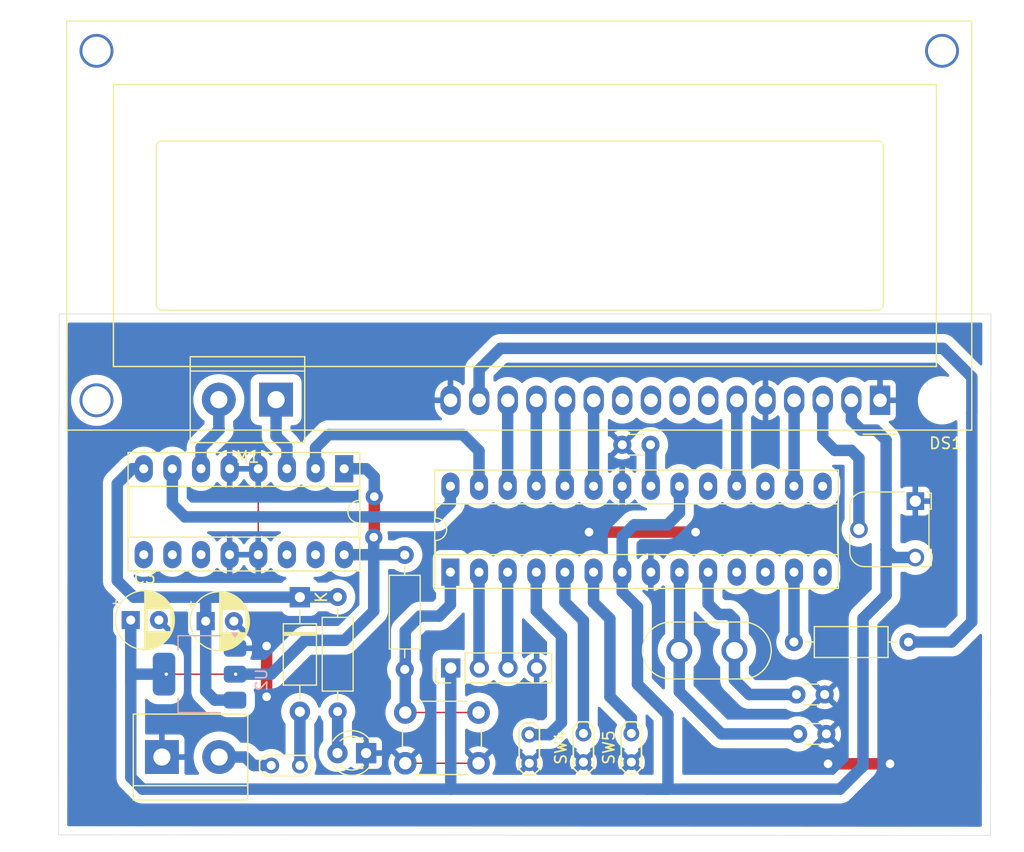
<source format=kicad_pcb>
(kicad_pcb (version 20240108) (generator "pcbnew") (generator_version "8.0")
  (layers (0 "F.Cu" signal) (31 "B.Cu" signal) (34 "B.Paste" user) (35 "F.Paste" user) (36 "B.SilkS" user "B.Silkscreen") (37 "F.SilkS" user "F.Silkscreen") (38 "B.Mask" user) (39 "F.Mask" user) (44 "Edge.Cuts" user))
  (net 0 "")
  (net 1 "Net-(U1-AREF)")
  (net 2 "GND")
  (net 3 "+12V")
  (net 4 "+5V")
  (net 5 "Net-(U1-XTAL2{slash}PB7)")
  (net 6 "Net-(U1-XTAL1{slash}PB6)")
  (net 7 "Net-(D1-A)")
  (net 8 "Net-(D2-A)")
  (net 9 "/D7")
  (net 10 "/D4")
  (net 13 "Net-(DS1-VO)")
  (net 14 "/D6")
  (net 15 "/D5")
  (net 17 "Net-(DS1-LED(+))")
  (net 18 "/E")
  (net 20 "/RS")
  (net 21 "Net-(J1-Pin_2)")
  (net 22 "/Rx")
  (net 23 "/Tx")
  (net 24 "Net-(M1-+)")
  (net 25 "Net-(M1--)")
  (net 26 "/Backlight")
  (net 27 "Net-(SW2A-C)")
  (net 28 "/button1")
  (net 29 "/button2")
  (net 30 "/button3")
  (net 31 "/motor2")
  (net 34 "/motor1")
  (footprint "Capacitor_THT:C_Disc_D3.0mm_W1.6mm_P2.50mm" (layer "F.Cu") (at 222.35 129.15)
    (property "Reference" "C5" (hide yes))
    (property "Value" "22pF")
    (pad "1" thru_hole circle (at 0 0) (size 1.6 1.6) (drill 0.8) (layers "*.Cu" "*.Mask") (net 6 "Net-(U1-XTAL1{slash}PB6)"))
    (pad "2" thru_hole circle (at 2.5 0) (size 1.6 1.6) (drill 0.8) (layers "*.Cu" "*.Mask") (net 2 "GND"))
  )
  (footprint "TestPoint:TestPoint_2Pads_Pitch2.54mm_Drill0.8mm" (layer "F.Cu") (at 175.61 131.95)
    (property "Reference" "SW1" (hide yes))
    (property "Value" "Switch")
    (pad "1" thru_hole circle (at 0 0) (size 1.4 1.4) (drill 0.8) (layers "*.Cu" "*.Mask") (net 21 "Net-(J1-Pin_2)"))
    (pad "2" thru_hole circle (at 2.54 0) (size 1.4 1.4) (drill 0.8) (layers "*.Cu" "*.Mask") (net 7 "Net-(D1-A)"))
  )
  (footprint "Resistor_THT:R_Axial_DIN0207_L6.3mm_D2.5mm_P10.16mm_Horizontal" (layer "F.Cu") (at 232.13 121 180)
    (property "Reference" "R2" (hide yes))
    (property "Value" "1k")
    (pad "1" thru_hole circle (at 0 0 180) (size 1.6 1.6) (drill 0.8) (layers "*.Cu" "*.Mask") (net 17 "Net-(DS1-LED(+))"))
    (pad "2" thru_hole oval (at 10.16 0 180) (size 1.6 1.6) (drill 0.8) (layers "*.Cu" "*.Mask") (net 26 "/Backlight"))
  )
  (footprint "Resistor_THT:R_Axial_DIN0207_L6.3mm_D2.5mm_P10.16mm_Horizontal" (layer "F.Cu") (at 181.5 117 -90)
    (property "Reference" "R1" (hide yes))
    (property "Value" "1k")
    (pad "1" thru_hole circle (at 0 0 270) (size 1.6 1.6) (drill 0.8) (layers "*.Cu" "*.Mask") (net 3 "+12V"))
    (pad "2" thru_hole oval (at 10.16 0 270) (size 1.6 1.6) (drill 0.8) (layers "*.Cu" "*.Mask") (net 8 "Net-(D2-A)"))
  )
  (footprint "TestPoint:TestPoint_2Pads_Pitch2.54mm_Drill0.8mm" (layer "F.Cu") (at 203.3 131.65 90)
    (property "Reference" "SW4" (at 1.3 -2 270) (layer "F.SilkS"))
    (property "Value" "SW_Push")
    (pad "1" thru_hole circle (at 0 0 90) (size 1.4 1.4) (drill 0.8) (layers "*.Cu" "*.Mask") (net 2 "GND"))
    (pad "2" thru_hole circle (at 2.54 0 90) (size 1.4 1.4) (drill 0.8) (layers "*.Cu" "*.Mask") (net 29 "/button2"))
  )
  (footprint "Capacitor_THT:C_Disc_D3.0mm_W1.6mm_P2.50mm" (layer "F.Cu") (at 224.7 125.65 180)
    (property "Reference" "C4" (hide yes))
    (property "Value" "22pF")
    (pad "1" thru_hole circle (at 0 0 180) (size 1.6 1.6) (drill 0.8) (layers "*.Cu" "*.Mask") (net 2 "GND"))
    (pad "2" thru_hole circle (at 2.5 0 180) (size 1.6 1.6) (drill 0.8) (layers "*.Cu" "*.Mask") (net 5 "Net-(U1-XTAL2{slash}PB7)"))
  )
  (footprint "TerminalBlock:TerminalBlock_bornier-2_P5.08mm" (layer "F.Cu") (at 165.91 131.2)
    (property "Reference" "J1" (hide yes))
    (property "Value" "Power")
    (pad "1" thru_hole rect (at 0 0) (size 3 3) (drill 1.52) (layers "*.Cu" "*.Mask") (net 2 "GND"))
    (pad "2" thru_hole circle (at 5.08 0) (size 3 3) (drill 1.52) (layers "*.Cu" "*.Mask") (net 21 "Net-(J1-Pin_2)"))
  )
  (footprint "TestPoint:TestPoint_2Pads_Pitch2.54mm_Drill0.8mm" (layer "F.Cu") (at 198.5 131.75 90)
    (property "Reference" "SW3" (hide yes))
    (property "Value" "SW_Push")
    (pad "1" thru_hole circle (at 0 0 90) (size 1.4 1.4) (drill 0.8) (layers "*.Cu" "*.Mask") (net 2 "GND"))
    (pad "2" thru_hole circle (at 2.54 0 90) (size 1.4 1.4) (drill 0.8) (layers "*.Cu" "*.Mask") (net 28 "/button1"))
  )
  (footprint "Display:WC1602A" (layer "F.Cu") (at 229.61 99.5575 180)
    (property "Reference" "DS1" (at -5.82 -3.81 180) (layer "F.SilkS"))
    (property "Value" "WC1602A")
    (pad "" thru_hole circle (at -5.4991 0 180) (size 0.00254 0.00254) (drill 2.5) (layers "*.Cu" "*.Mask"))
    (pad "" thru_hole circle (at -5.4991 31.0007 180) (size 3 3) (drill 2.5) (layers "*.Cu" "*.Mask"))
    (pad "" thru_hole circle (at 69.49948 31.0007 180) (size 3 3) (drill 2.5) (layers "*.Cu" "*.Mask"))
    (pad "" thru_hole circle (at 69.5 0 180) (size 3 3) (drill 2.5) (layers "*.Cu" "*.Mask"))
    (pad "1" thru_hole rect (at 0 0 180) (size 1.8 2.6) (drill 1.2) (layers "*.Cu" "*.Mask") (net 2 "GND"))
    (pad "2" thru_hole oval (at 2.54 0 180) (size 1.8 2.6) (drill 1.2) (layers "*.Cu" "*.Mask") (net 4 "+5V"))
    (pad "3" thru_hole oval (at 5.08 0 180) (size 1.8 2.6) (drill 1.2) (layers "*.Cu" "*.Mask") (net 13 "Net-(DS1-VO)"))
    (pad "4" thru_hole oval (at 7.62 0 180) (size 1.8 2.6) (drill 1.2) (layers "*.Cu" "*.Mask") (net 20 "/RS"))
    (pad "5" thru_hole oval (at 10.16 0 180) (size 1.8 2.6) (drill 1.2) (layers "*.Cu" "*.Mask") (net 2 "GND"))
    (pad "6" thru_hole oval (at 12.7 0 180) (size 1.8 2.6) (drill 1.2) (layers "*.Cu" "*.Mask") (net 18 "/E"))
    (pad "7" thru_hole oval (at 15.24 0 180) (size 1.8 2.6) (drill 1.2) (layers "*.Cu" "*.Mask"))
    (pad "8" thru_hole oval (at 17.78 0 180) (size 1.8 2.6) (drill 1.2) (layers "*.Cu" "*.Mask"))
    (pad "9" thru_hole oval (at 20.32 0 180) (size 1.8 2.6) (drill 1.2) (layers "*.Cu" "*.Mask"))
    (pad "10" thru_hole oval (at 22.86 0 180) (size 1.8 2.6) (drill 1.2) (layers "*.Cu" "*.Mask"))
    (pad "11" thru_hole oval (at 25.4 0 180) (size 1.8 2.6) (drill 1.2) (layers "*.Cu" "*.Mask") (net 10 "/D4"))
    (pad "12" thru_hole oval (at 27.94 0 180) (size 1.8 2.6) (drill 1.2) (layers "*.Cu" "*.Mask") (net 15 "/D5"))
    (pad "13" thru_hole oval (at 30.48 0 180) (size 1.8 2.6) (drill 1.2) (layers "*.Cu" "*.Mask") (net 14 "/D6"))
    (pad "14" thru_hole oval (at 33.02 0 180) (size 1.8 2.6) (drill 1.2) (layers "*.Cu" "*.Mask") (net 9 "/D7"))
    (pad "15" thru_hole oval (at 35.56 0 180) (size 1.8 2.6) (drill 1.2) (layers "*.Cu" "*.Mask") (net 17 "Net-(DS1-LED(+))"))
    (pad "16" thru_hole oval (at 38.1 0 180) (size 1.8 2.6) (drill 1.2) (layers "*.Cu" "*.Mask") (net 2 "GND"))
  )
  (footprint "LED_THT:LED_D3.0mm" (layer "F.Cu") (at 184.025 130.85 180)
    (property "Reference" "D2" (hide yes))
    (property "Value" "LED_Small")
    (pad "1" thru_hole rect (at 0 0 180) (size 1.8 1.8) (drill 0.9) (layers "*.Cu" "*.Mask") (net 2 "GND"))
    (pad "2" thru_hole circle (at 2.54 0 180) (size 1.8 1.8) (drill 0.9) (layers "*.Cu" "*.Mask") (net 8 "Net-(D2-A)"))
  )
  (footprint "Capacitor_THT:CP_Radial_D5.0mm_P2.50mm" (layer "F.Cu") (at 163.144888 119.05)
    (property "Reference" "C3" (at 1.25 -3.75 360) (layer "F.SilkS"))
    (property "Value" "100uF")
    (pad "1" thru_hole rect (at 0 0) (size 1.6 1.6) (drill 0.8) (layers "*.Cu" "*.Mask") (net 4 "+5V"))
    (pad "2" thru_hole circle (at 2.5 0) (size 1.6 1.6) (drill 0.8) (layers "*.Cu" "*.Mask") (net 2 "GND"))
  )
  (footprint "TestPoint:TestPoint_2Pads_Pitch2.54mm_Drill0.8mm" (layer "F.Cu") (at 207.55 131.65 90)
    (property "Reference" "SW5" (at 1.3 -2 270) (layer "F.SilkS"))
    (property "Value" "SW_Push")
    (pad "1" thru_hole circle (at 0 0 90) (size 1.4 1.4) (drill 0.8) (layers "*.Cu" "*.Mask") (net 2 "GND"))
    (pad "2" thru_hole circle (at 2.54 0 90) (size 1.4 1.4) (drill 0.8) (layers "*.Cu" "*.Mask") (net 30 "/button3"))
  )
  (footprint "Button_Switch_THT:SW_PUSH_6mm" (layer "F.Cu") (at 187.5 127.25)
    (property "Reference" "SW2" (hide yes))
    (property "Value" "Reset")
    (pad "1" thru_hole circle (at 0 0 90) (size 2 2) (drill 1.1) (layers "*.Cu" "*.Mask") (net 27 "Net-(SW2A-C)"))
    (pad "1" thru_hole circle (at 6.5 0 90) (size 2 2) (drill 1.1) (layers "*.Cu" "*.Mask") (net 27 "Net-(SW2A-C)"))
    (pad "2" thru_hole circle (at 0 4.5 90) (size 2 2) (drill 1.1) (layers "*.Cu" "*.Mask") (net 2 "GND"))
    (pad "2" thru_hole circle (at 6.5 4.5 90) (size 2 2) (drill 1.1) (layers "*.Cu" "*.Mask") (net 2 "GND"))
  )
  (footprint "Capacitor_THT:CP_Radial_D5.0mm_P2.50mm" (layer "F.Cu") (at 169.794888 119.15)
    (property "Reference" "C2" (hide yes))
    (property "Value" "100uF")
    (pad "1" thru_hole rect (at 0 0) (size 1.6 1.6) (drill 0.8) (layers "*.Cu" "*.Mask") (net 3 "+12V"))
    (pad "2" thru_hole circle (at 2.5 0) (size 1.6 1.6) (drill 0.8) (layers "*.Cu" "*.Mask") (net 2 "GND"))
  )
  (footprint "Diode_THT:D_A-405_P10.16mm_Horizontal" (layer "F.Cu") (at 178.15 117.02 -90)
    (property "Reference" "D1" (hide yes))
    (property "Value" "D_Small")
    (fp_text user "K" (at 0 -1.9 90) (layer "F.SilkS"))
    (pad "1" thru_hole rect (at 0 0 270) (size 1.8 1.8) (drill 0.9) (layers "*.Cu" "*.Mask") (net 3 "+12V"))
    (pad "2" thru_hole oval (at 10.16 0 270) (size 1.8 1.8) (drill 0.9) (layers "*.Cu" "*.Mask") (net 7 "Net-(D1-A)"))
  )
  (footprint "Package_DIP:DIP-28_W7.62mm_Socket_LongPads" (layer "F.Cu") (at 191.5 114.8 90)
    (property "Reference" "U1" (hide yes))
    (property "Value" "ATmega328P-P")
    (pad "1" thru_hole rect (at 0 0 90) (size 2.4 1.6) (drill 0.8) (layers "*.Cu" "*.Mask") (net 27 "Net-(SW2A-C)"))
    (pad "2" thru_hole oval (at 0 2.54 90) (size 2.4 1.6) (drill 0.8) (layers "*.Cu" "*.Mask") (net 22 "/Rx"))
    (pad "3" thru_hole oval (at 0 5.08 90) (size 2.4 1.6) (drill 0.8) (layers "*.Cu" "*.Mask") (net 23 "/Tx"))
    (pad "4" thru_hole oval (at 0 7.62 90) (size 2.4 1.6) (drill 0.8) (layers "*.Cu" "*.Mask") (net 28 "/button1"))
    (pad "5" thru_hole oval (at 0 10.16 90) (size 2.4 1.6) (drill 0.8) (layers "*.Cu" "*.Mask") (net 29 "/button2"))
    (pad "6" thru_hole oval (at 0 12.7 90) (size 2.4 1.6) (drill 0.8) (layers "*.Cu" "*.Mask") (net 30 "/button3"))
    (pad "7" thru_hole oval (at 0 15.24 90) (size 2.4 1.6) (drill 0.8) (layers "*.Cu" "*.Mask") (net 4 "+5V"))
    (pad "8" thru_hole oval (at 0 17.78 90) (size 2.4 1.6) (drill 0.8) (layers "*.Cu" "*.Mask") (net 2 "GND"))
    (pad "9" thru_hole oval (at 0 20.32 90) (size 2.4 1.6) (drill 0.8) (layers "*.Cu" "*.Mask") (net 6 "Net-(U1-XTAL1{slash}PB6)"))
    (pad "10" thru_hole oval (at 0 22.86 90) (size 2.4 1.6) (drill 0.8) (layers "*.Cu" "*.Mask") (net 5 "Net-(U1-XTAL2{slash}PB7)"))
    (pad "11" thru_hole oval (at 0 25.4 90) (size 2.4 1.6) (drill 0.8) (layers "*.Cu" "*.Mask"))
    (pad "12" thru_hole oval (at 0 27.94 90) (size 2.4 1.6) (drill 0.8) (layers "*.Cu" "*.Mask"))
    (pad "13" thru_hole oval (at 0 30.48 90) (size 2.4 1.6) (drill 0.8) (layers "*.Cu" "*.Mask") (net 26 "/Backlight"))
    (pad "14" thru_hole oval (at 0 33.02 90) (size 2.4 1.6) (drill 0.8) (layers "*.Cu" "*.Mask"))
    (pad "15" thru_hole oval (at 7.62 33.02 90) (size 2.4 1.6) (drill 0.8) (layers "*.Cu" "*.Mask"))
    (pad "16" thru_hole oval (at 7.62 30.48 90) (size 2.4 1.6) (drill 0.8) (layers "*.Cu" "*.Mask") (net 20 "/RS"))
    (pad "17" thru_hole oval (at 7.62 27.94 90) (size 2.4 1.6) (drill 0.8) (layers "*.Cu" "*.Mask"))
    (pad "18" thru_hole oval (at 7.62 25.4 90) (size 2.4 1.6) (drill 0.8) (layers "*.Cu" "*.Mask") (net 18 "/E"))
    (pad "19" thru_hole oval (at 7.62 22.86 90) (size 2.4 1.6) (drill 0.8) (layers "*.Cu" "*.Mask"))
    (pad "20" thru_hole oval (at 7.62 20.32 90) (size 2.4 1.6) (drill 0.8) (layers "*.Cu" "*.Mask") (net 4 "+5V"))
    (pad "21" thru_hole oval (at 7.62 17.78 90) (size 2.4 1.6) (drill 0.8) (layers "*.Cu" "*.Mask") (net 1 "Net-(U1-AREF)"))
    (pad "22" thru_hole oval (at 7.62 15.24 90) (size 2.4 1.6) (drill 0.8) (layers "*.Cu" "*.Mask") (net 2 "GND"))
    (pad "23" thru_hole oval (at 7.62 12.7 90) (size 2.4 1.6) (drill 0.8) (layers "*.Cu" "*.Mask") (net 10 "/D4"))
    (pad "24" thru_hole oval (at 7.62 10.16 90) (size 2.4 1.6) (drill 0.8) (layers "*.Cu" "*.Mask") (net 15 "/D5"))
    (pad "25" thru_hole oval (at 7.62 7.62 90) (size 2.4 1.6) (drill 0.8) (layers "*.Cu" "*.Mask") (net 14 "/D6"))
    (pad "26" thru_hole oval (at 7.62 5.08 90) (size 2.4 1.6) (drill 0.8) (layers "*.Cu" "*.Mask") (net 9 "/D7"))
    (pad "27" thru_hole oval (at 7.62 2.54 90) (size 2.4 1.6) (drill 0.8) (layers "*.Cu" "*.Mask") (net 34 "/motor1"))
    (pad "28" thru_hole oval (at 7.62 0 90) (size 2.4 1.6) (drill 0.8) (layers "*.Cu" "*.Mask") (net 31 "/motor2"))
  )
  (footprint "Crystal:Crystal_HC50_Vertical" (layer "F.Cu") (at 216.7 121.75 180)
    (property "Reference" "Y1" (hide yes))
    (property "Value" "16MHz")
    (pad "1" thru_hole circle (at 0 0 180) (size 2.3 2.3) (drill 1.5) (layers "*.Cu" "*.Mask") (net 5 "Net-(U1-XTAL2{slash}PB7)"))
    (pad "2" thru_hole circle (at 4.9 0 180) (size 2.3 2.3) (drill 1.5) (layers "*.Cu" "*.Mask") (net 6 "Net-(U1-XTAL1{slash}PB6)"))
  )
  (footprint "TerminalBlock:TerminalBlock_bornier-2_P5.08mm" (layer "F.Cu") (at 176.04 99.5 180)
    (property "Reference" "M1" (at 2.54 -5.08 180) (layer "F.SilkS"))
    (property "Value" "Motor_DC")
    (pad "1" thru_hole rect (at 0 0 180) (size 3 3) (drill 1.52) (layers "*.Cu" "*.Mask") (net 24 "Net-(M1-+)"))
    (pad "2" thru_hole circle (at 5.08 0 180) (size 3 3) (drill 1.52) (layers "*.Cu" "*.Mask") (net 25 "Net-(M1--)"))
  )
  (footprint "Resistor_THT:R_Axial_DIN0207_L6.3mm_D2.5mm_P10.16mm_Horizontal" (layer "F.Cu") (at 187.45 123.43 90)
    (property "Reference" "R3" (hide yes))
    (property "Value" "10k")
    (pad "1" thru_hole circle (at 0 0 90) (size 1.6 1.6) (drill 0.8) (layers "*.Cu" "*.Mask") (net 27 "Net-(SW2A-C)"))
    (pad "2" thru_hole oval (at 10.16 0 90) (size 1.6 1.6) (drill 0.8) (layers "*.Cu" "*.Mask") (net 4 "+5V"))
  )
  (footprint "Connector_PinHeader_2.54mm:PinHeader_1x04_P2.54mm_Vertical" (layer "F.Cu") (at 191.53 123.3 90)
    (property "Reference" "J2" (hide yes))
    (property "Value" "Program")
    (pad "1" thru_hole rect (at 0 0 90) (size 1.7 1.7) (drill 1) (layers "*.Cu" "*.Mask") (net 4 "+5V"))
    (pad "2" thru_hole oval (at 0 2.54 90) (size 1.7 1.7) (drill 1) (layers "*.Cu" "*.Mask") (net 22 "/Rx"))
    (pad "3" thru_hole oval (at 0 5.08 90) (size 1.7 1.7) (drill 1) (layers "*.Cu" "*.Mask") (net 23 "/Tx"))
    (pad "4" thru_hole oval (at 0 7.62 90) (size 1.7 1.7) (drill 1) (layers "*.Cu" "*.Mask") (net 2 "GND"))
  )
  (footprint "Potentiometer_THT:Potentiometer_Runtron_RM-065_Vertical" (layer "F.Cu") (at 232.74 108.5 -90)
    (property "Reference" "RV1" (hide yes))
    (property "Value" "1k")
    (pad "1" thru_hole rect (at 0 0 270) (size 1.56 1.56) (drill 1) (layers "*.Cu" "*.Mask") (net 2 "GND"))
    (pad "2" thru_hole circle (at 2.5 5 270) (size 1.56 1.56) (drill 1) (layers "*.Cu" "*.Mask") (net 13 "Net-(DS1-VO)"))
    (pad "3" thru_hole circle (at 5 0 270) (size 1.56 1.56) (drill 1) (layers "*.Cu" "*.Mask") (net 4 "+5V"))
  )
  (footprint "Package_DIP:DIP-16_W7.62mm_Socket_LongPads" (layer "F.Cu") (at 182.08 105.63 -90)
    (property "Reference" "U3" (hide yes))
    (property "Value" "L293D")
    (pad "1" thru_hole rect (at 0 0 270) (size 2.4 1.6) (drill 0.8) (layers "*.Cu" "*.Mask") (net 4 "+5V"))
    (pad "2" thru_hole oval (at 0 2.54 270) (size 2.4 1.6) (drill 0.8) (layers "*.Cu" "*.Mask") (net 34 "/motor1"))
    (pad "3" thru_hole oval (at 0 5.08 270) (size 2.4 1.6) (drill 0.8) (layers "*.Cu" "*.Mask") (net 24 "Net-(M1-+)"))
    (pad "4" thru_hole oval (at 0 7.62 270) (size 2.4 1.6) (drill 0.8) (layers "*.Cu" "*.Mask") (net 2 "GND"))
    (pad "5" thru_hole oval (at 0 10.16 270) (size 2.4 1.6) (drill 0.8) (layers "*.Cu" "*.Mask") (net 2 "GND"))
    (pad "6" thru_hole oval (at 0 12.7 270) (size 2.4 1.6) (drill 0.8) (layers "*.Cu" "*.Mask") (net 25 "Net-(M1--)"))
    (pad "7" thru_hole oval (at 0 15.24 270) (size 2.4 1.6) (drill 0.8) (layers "*.Cu" "*.Mask") (net 31 "/motor2"))
    (pad "8" thru_hole oval (at 0 17.78 270) (size 2.4 1.6) (drill 0.8) (layers "*.Cu" "*.Mask") (net 3 "+12V"))
    (pad "9" thru_hole oval (at 7.62 17.78 270) (size 2.4 1.6) (drill 0.8) (layers "*.Cu" "*.Mask"))
    (pad "10" thru_hole oval (at 7.62 15.24 270) (size 2.4 1.6) (drill 0.8) (layers "*.Cu" "*.Mask"))
    (pad "11" thru_hole oval (at 7.62 12.7 270) (size 2.4 1.6) (drill 0.8) (layers "*.Cu" "*.Mask"))
    (pad "12" thru_hole oval (at 7.62 10.16 270) (size 2.4 1.6) (drill 0.8) (layers "*.Cu" "*.Mask") (net 2 "GND"))
    (pad "13" thru_hole oval (at 7.62 7.62 270) (size 2.4 1.6) (drill 0.8) (layers "*.Cu" "*.Mask") (net 2 "GND"))
    (pad "14" thru_hole oval (at 7.62 5.08 270) (size 2.4 1.6) (drill 0.8) (layers "*.Cu" "*.Mask"))
    (pad "15" thru_hole oval (at 7.62 2.54 270) (size 2.4 1.6) (drill 0.8) (layers "*.Cu" "*.Mask"))
    (pad "16" thru_hole oval (at 7.62 0 270) (size 2.4 1.6) (drill 0.8) (layers "*.Cu" "*.Mask") (net 4 "+5V"))
  )
  (footprint "Capacitor_THT:C_Disc_D3.0mm_W1.6mm_P2.50mm" (layer "F.Cu") (at 209.25 103.5 180)
    (property "Reference" "C1" (hide yes))
    (property "Value" "100nF")
    (pad "1" thru_hole circle (at 0 0 180) (size 1.6 1.6) (drill 0.8) (layers "*.Cu" "*.Mask") (net 1 "Net-(U1-AREF)"))
    (pad "2" thru_hole circle (at 2.5 0 180) (size 1.6 1.6) (drill 0.8) (layers "*.Cu" "*.Mask") (net 2 "GND"))
  )
  (footprint "Package_TO_SOT_SMD:SOT-223-3_TabPin2" (layer "B.Cu") (at 169.25 123.85 180)
    (property "Reference" "U2" (at -5.5 -0.5 270) (layer "B.SilkS") (effects (justify mirror)))
    (property "Value" "AMS1117-5.0")
    (pad "1" smd roundrect (at -3.15 2.3 180) (size 2 1.5) (layers "B.Cu" "B.Paste" "B.Mask") (net 2 "GND"))
    (pad "2" smd roundrect (at -3.15 0 180) (size 2 1.5) (layers "B.Cu" "B.Paste" "B.Mask") (net 4 "+5V"))
    (pad "2" smd roundrect (at 3.15 0 180) (size 2 3.8) (layers "B.Cu" "B.Paste" "B.Mask") (net 4 "+5V"))
    (pad "3" smd roundrect (at -3.15 -2.3 180) (size 2 1.5) (layers "B.Cu" "B.Paste" "B.Mask") (net 3 "+12V"))
  )
  (gr_line (start 156.8 91.9) (end 156.75 138.1) (stroke (width 0.05)) (layer "Edge.Cuts"))
  (gr_line (start 239.45 91.9) (end 239.4 138.15) (stroke (width 0.05)) (layer "Edge.Cuts"))
  (gr_line (start 239.4 138.15) (end 239.4 138.15) (stroke (width 0.05)) (layer "Edge.Cuts"))
  (gr_line (start 156.8 91.9) (end 239.45 91.9) (stroke (width 0.05)) (layer "Edge.Cuts"))
  (gr_line (start 156.75 138.1) (end 239.4 138.15) (stroke (width 0.05)) (layer "Edge.Cuts"))
  (segment (start 209.28 107.18) (end 209.28 103.53) (width 1.016) (layer "B.Cu") (net 1))
  (segment (start 209.28 103.53) (end 209.25 103.5) (width 1.016) (layer "B.Cu") (net 1))
  (segment (start 194 131.75) (end 187.5 131.75) (width 0.127) (layer "F.Cu") (net 2))
  (segment (start 174.46 105.63) (end 174.46 113.25) (width 0.127) (layer "F.Cu") (net 2))
  (segment (start 213.25 111.25) (end 203.8 111.25) (width 1.016) (layer "F.Cu") (net 2))
  (segment (start 230.5 131.8) (end 225 131.8) (width 1.016) (layer "F.Cu") (net 2))
  (segment (start 175.2 121.35) (end 175.2 125.85) (width 1.016) (layer "F.Cu") (net 2))
  (via (at 213.25 111.25) (size 1.524) (drill 0.762) (layers "F.Cu" "B.Cu") (net 2))
  (via (at 175.2 121.35) (size 1.524) (drill 0.762) (layers "F.Cu" "B.Cu") (net 2))
  (via (at 225 131.8) (size 1.524) (drill 0.762) (layers "F.Cu" "B.Cu") (net 2))
  (via (at 230.5 131.8) (size 1.524) (drill 0.762) (layers "F.Cu" "B.Cu") (net 2))
  (via (at 203.8 111.25) (size 1.524) (drill 0.762) (layers "F.Cu" "B.Cu") (net 2))
  (via (at 175.2 125.85) (size 1.524) (drill 0.762) (layers "F.Cu" "B.Cu") (net 2))
  (segment (start 170.6 126.15) (end 172.4 126.15) (width 1.016) (layer "B.Cu") (net 3))
  (segment (start 169.794888 119.15) (end 169.794888 117.125112) (width 1.016) (layer "B.Cu") (net 3))
  (segment (start 169.9 117.02) (end 172 117.02) (width 1.016) (layer "B.Cu") (net 3))
  (segment (start 163.27 105.63) (end 161.95 106.95) (width 1.016) (layer "B.Cu") (net 3))
  (segment (start 178.17 117) (end 178.15 117.02) (width 1.016) (layer "B.Cu") (net 3))
  (segment (start 169.794888 125.344888) (end 170.6 126.15) (width 1.016) (layer "B.Cu") (net 3))
  (segment (start 163.42 117.02) (end 172 117.02) (width 1.016) (layer "B.Cu") (net 3))
  (segment (start 161.95 106.95) (end 161.95 115.55) (width 1.016) (layer "B.Cu") (net 3))
  (segment (start 169.794888 119.15) (end 169.794888 125.344888) (width 1.016) (layer "B.Cu") (net 3))
  (segment (start 161.95 115.55) (end 163.42 117.02) (width 1.016) (layer "B.Cu") (net 3))
  (segment (start 164.3 105.63) (end 163.27 105.63) (width 1.016) (layer "B.Cu") (net 3))
  (segment (start 181.5 117) (end 178.17 117) (width 1.016) (layer "B.Cu") (net 3))
  (segment (start 169.794888 117.125112) (end 169.9 117.02) (width 1.016) (layer "B.Cu") (net 3))
  (segment (start 178.15 117.02) (end 172 117.02) (width 1.016) (layer "B.Cu") (net 3))
  (segment (start 172.45 123.85) (end 166.3 123.85) (width 0.127) (layer "F.Cu") (net 4))
  (segment (start 184.75 111.65) (end 184.75 108.1) (width 1.016) (layer "F.Cu") (net 4))
  (segment (start 184.7 111.7) (end 184.75 111.65) (width 1.016) (layer "F.Cu") (net 4))
  (via (at 166.3 123.85) (size 0.6) (drill 0.3) (layers "F.Cu" "B.Cu") (net 4))
  (via (at 172.45 123.85) (size 0.6) (drill 0.3) (layers "F.Cu" "B.Cu") (net 4))
  (via (at 184.7 111.7) (size 1.524) (drill 0.762) (layers "F.Cu" "B.Cu") (net 4))
  (via (at 184.75 108.1) (size 1.524) (drill 0.762) (layers "F.Cu" "B.Cu") (net 4))
  (segment (start 184.75 108.1) (end 184.75 106.35) (width 1.016) (layer "B.Cu") (net 4))
  (segment (start 207.8 110.6) (end 206.74 111.66) (width 1.016) (layer "B.Cu") (net 4))
  (segment (start 211.82 107.18) (end 211.82 109.53) (width 1.016) (layer "B.Cu") (net 4))
  (segment (start 229.25 102.2) (end 230.15 103.1) (width 1.016) (layer "B.Cu") (net 4))
  (segment (start 182.08 113.25) (end 184.7 113.25) (width 1.016) (layer "B.Cu") (net 4))
  (segment (start 228.1 118.9) (end 228.1 132) (width 1.016) (layer "B.Cu") (net 4))
  (segment (start 228.1 132) (end 226.05 134.05) (width 1.016) (layer "B.Cu") (net 4))
  (segment (start 208.1 124.75) (end 210.8 127.45) (width 1.016) (layer "B.Cu") (net 4))
  (segment (start 187.43 113.25) (end 187.45 113.27) (width 1.016) (layer "B.Cu") (net 4))
  (segment (start 206.74 114.8) (end 206.74 116.54) (width 1.016) (layer "B.Cu") (net 4))
  (segment (start 208.1 117.9) (end 208.1 124.75) (width 1.016) (layer "B.Cu") (net 4))
  (segment (start 230.85 113.5) (end 232.74 113.5) (width 1.016) (layer "B.Cu") (net 4))
  (segment (start 184.75 106.35) (end 184.03 105.63) (width 1.016) (layer "B.Cu") (net 4))
  (segment (start 166.1 123.85) (end 166.3 123.85) (width 1.016) (layer "B.Cu") (net 4))
  (segment (start 210.75 110.6) (end 207.8 110.6) (width 1.016) (layer "B.Cu") (net 4))
  (segment (start 163.144888 123.85) (end 163.144888 124.444888) (width 1.016) (layer "B.Cu") (net 4))
  (segment (start 227.07 99.5575) (end 227.07 101.32) (width 1.016) (layer "B.Cu") (net 4))
  (segment (start 210.75 134.05) (end 208.9 134.05) (width 1.016) (layer "B.Cu") (net 4))
  (segment (start 178.6 120.85) (end 182.1 120.85) (width 1.016) (layer "B.Cu") (net 4))
  (segment (start 164.2 134.05) (end 163.15 133) (width 1.016) (layer "B.Cu") (net 4))
  (segment (start 166.15 124.55) (end 166.15 124.6) (width 1.016) (layer "B.Cu") (net 4))
  (segment (start 206.74 116.54) (end 208.1 117.9) (width 1.016) (layer "B.Cu") (net 4))
  (segment (start 163.144888 124.444888) (end 163.15 124.45) (width 1.016) (layer "B.Cu") (net 4))
  (segment (start 227.95 102.2) (end 229.25 102.2) (width 1.016) (layer "B.Cu") (net 4))
  (segment (start 226.05 134.05) (end 208.9 134.05) (width 1.016) (layer "B.Cu") (net 4))
  (segment (start 230.15 112.8) (end 230.15 116.85) (width 1.016) (layer "B.Cu") (net 4))
  (segment (start 182.1 120.85) (end 184.7 118.25) (width 1.016) (layer "B.Cu") (net 4))
  (segment (start 227.07 101.32) (end 227.95 102.2) (width 1.016) (layer "B.Cu") (net 4))
  (segment (start 211.82 109.53) (end 210.75 110.6) (width 1.016) (layer "B.Cu") (net 4))
  (segment (start 230.15 103.1) (end 230.15 112.8) (width 1.016) (layer "B.Cu") (net 4))
  (segment (start 191.53 134.05) (end 164.2 134.05) (width 1.016) (layer "B.Cu") (net 4))
  (segment (start 163.15 133) (end 163.15 124.45) (width 1.016) (layer "B.Cu") (net 4))
  (segment (start 191.53 134.05) (end 191.53 123.3) (width 1.016) (layer "B.Cu") (net 4))
  (segment (start 184.03 105.63) (end 182.08 105.63) (width 1.016) (layer "B.Cu") (net 4))
  (segment (start 206.74 111.66) (end 206.74 114.8) (width 1.016) (layer "B.Cu") (net 4))
  (segment (start 163.144888 119.05) (end 163.144888 123.85) (width 1.016) (layer "B.Cu") (net 4))
  (segment (start 175.6 123.85) (end 178.6 120.85) (width 1.016) (layer "B.Cu") (net 4))
  (segment (start 230.15 112.8) (end 230.85 113.5) (width 1.016) (layer "B.Cu") (net 4))
  (segment (start 184.7 118.25) (end 184.7 113.25) (width 1.016) (layer "B.Cu") (net 4))
  (segment (start 230.15 116.85) (end 228.1 118.9) (width 1.016) (layer "B.Cu") (net 4))
  (segment (start 208.9 134.05) (end 191.53 134.05) (width 1.016) (layer "B.Cu") (net 4))
  (segment (start 172.45 123.85) (end 175.6 123.85) (width 1.016) (layer "B.Cu") (net 4))
  (segment (start 172.4 123.85) (end 172.45 123.85) (width 1.016) (layer "B.Cu") (net 4))
  (segment (start 210.8 134) (end 210.75 134.05) (width 1.016) (layer "B.Cu") (net 4))
  (segment (start 184.7 113.25) (end 187.43 113.25) (width 1.016) (layer "B.Cu") (net 4))
  (segment (start 184.7 113.25) (end 184.7 111.7) (width 1.016) (layer "B.Cu") (net 4))
  (segment (start 166.3 123.85) (end 163.144888 123.85) (width 1.016) (layer "B.Cu") (net 4))
  (segment (start 210.8 127.45) (end 210.8 134) (width 1.016) (layer "B.Cu") (net 4))
  (segment (start 214.36 117.61) (end 215.3 118.55) (width 1.016) (layer "B.Cu") (net 5))
  (segment (start 215.3 118.55) (end 216.25 118.55) (width 1.016) (layer "B.Cu") (net 5))
  (segment (start 214.36 114.8) (end 214.36 117.61) (width 1.016) (layer "B.Cu") (net 5))
  (segment (start 216.7 119) (end 216.7 121.75) (width 1.016) (layer "B.Cu") (net 5))
  (segment (start 216.7 121.75) (end 216.7 124.35) (width 1.016) (layer "B.Cu") (net 5))
  (segment (start 216.25 118.55) (end 216.7 119) (width 1.016) (layer "B.Cu") (net 5))
  (segment (start 218 125.65) (end 222.2 125.65) (width 1.016) (layer "B.Cu") (net 5))
  (segment (start 216.7 124.35) (end 218 125.65) (width 1.016) (layer "B.Cu") (net 5))
  (segment (start 211.8 121.75) (end 211.8 125.4) (width 1.016) (layer "B.Cu") (net 6))
  (segment (start 211.82 121.73) (end 211.8 121.75) (width 1.016) (layer "B.Cu") (net 6))
  (segment (start 211.82 114.8) (end 211.82 121.73) (width 1.016) (layer "B.Cu") (net 6))
  (segment (start 211.85 121.8) (end 211.8 121.75) (width 1.016) (layer "B.Cu") (net 6))
  (segment (start 215.55 129.15) (end 222.35 129.15) (width 1.016) (layer "B.Cu") (net 6))
  (segment (start 211.8 125.4) (end 215.55 129.15) (width 1.016) (layer "B.Cu") (net 6))
  (segment (start 178.15 127.18) (end 178.15 131.95) (width 1.016) (layer "B.Cu") (net 7))
  (segment (start 181.5 130.71) (end 181.56 130.65) (width 1.016) (layer "B.Cu") (net 8))
  (segment (start 181.5 127.16) (end 181.5 130.71) (width 1.016) (layer "B.Cu") (net 8))
  (segment (start 196.58 99.5675) (end 196.59 99.5575) (width 1.016) (layer "B.Cu") (net 9))
  (segment (start 196.58 107.18) (end 196.58 99.5675) (width 1.016) (layer "B.Cu") (net 9))
  (segment (start 204.2 107.18) (end 204.2 99.5675) (width 1.016) (layer "B.Cu") (net 10))
  (segment (start 204.2 99.5675) (end 204.21 99.5575) (width 1.016) (layer "B.Cu") (net 10))
  (segment (start 224.53 99.5575) (end 224.53 102.93) (width 1.016) (layer "B.Cu") (net 13))
  (segment (start 224.53 102.93) (end 225.6 104) (width 1.016) (layer "B.Cu") (net 13))
  (segment (start 225.6 104) (end 227.05 104) (width 1.016) (layer "B.Cu") (net 13))
  (segment (start 227.05 104) (end 227.74 104.69) (width 1.016) (layer "B.Cu") (net 13))
  (segment (start 227.74 104.69) (end 227.74 111) (width 1.016) (layer "B.Cu") (net 13))
  (segment (start 199.12 99.5675) (end 199.13 99.5575) (width 1.016) (layer "B.Cu") (net 14))
  (segment (start 199.12 107.18) (end 199.12 99.5675) (width 1.016) (layer "B.Cu") (net 14))
  (segment (start 201.66 99.5675) (end 201.67 99.5575) (width 1.016) (layer "B.Cu") (net 15))
  (segment (start 201.66 107.18) (end 201.66 99.5675) (width 1.016) (layer "B.Cu") (net 15))
  (segment (start 232.13 121) (end 235.95 121) (width 1.016) (layer "B.Cu") (net 17))
  (segment (start 237.7561 97.5061) (end 235.2 94.95) (width 1.016) (layer "B.Cu") (net 17))
  (segment (start 195.95 94.95) (end 194.05 96.85) (width 1.016) (layer "B.Cu") (net 17))
  (segment (start 237.75 119.2) (end 237.75 100.660023) (width 1.016) (layer "B.Cu") (net 17))
  (segment (start 235.2 94.95) (end 195.95 94.95) (width 1.016) (layer "B.Cu") (net 17))
  (segment (start 237.75 100.660023) (end 237.7561 100.653923) (width 1.016) (layer "B.Cu") (net 17))
  (segment (start 194.05 96.85) (end 194.05 98.45) (width 1.016) (layer "B.Cu") (net 17))
  (segment (start 235.95 121) (end 237.75 119.2) (width 1.016) (layer "B.Cu") (net 17))
  (segment (start 237.7561 100.653923) (end 237.7561 97.5061) (width 1.016) (layer "B.Cu") (net 17))
  (segment (start 216.9 100.496343) (end 216.9 107.18) (width 1.016) (layer "B.Cu") (net 18))
  (segment (start 216.91 100.486343) (end 216.9 100.496343) (width 1.016) (layer "B.Cu") (net 18))
  (segment (start 221.99 99.5575) (end 221.99 107.17) (width 1.016) (layer "B.Cu") (net 20))
  (segment (start 221.99 107.17) (end 221.98 107.18) (width 1.016) (layer "B.Cu") (net 20))
  (segment (start 170.99 131.2) (end 173.3 131.2) (width 1.016) (layer "B.Cu") (net 21))
  (segment (start 173.3 131.2) (end 174.05 131.95) (width 1.016) (layer "B.Cu") (net 21))
  (segment (start 174.05 131.95) (end 175.61 131.95) (width 1.016) (layer "B.Cu") (net 21))
  (segment (start 194.04 114.8) (end 194.04 123.27) (width 1.016) (layer "B.Cu") (net 22))
  (segment (start 194.04 123.27) (end 194.07 123.3) (width 1.016) (layer "B.Cu") (net 22))
  (segment (start 196.58 123.27) (end 196.61 123.3) (width 1.016) (layer "B.Cu") (net 23))
  (segment (start 196.58 114.8) (end 196.58 123.27) (width 1.016) (layer "B.Cu") (net 23))
  (segment (start 177 103.7) (end 176.04 102.74) (width 1.016) (layer "B.Cu") (net 24))
  (segment (start 177 105.63) (end 177 103.7) (width 1.016) (layer "B.Cu") (net 24))
  (segment (start 176.04 102.74) (end 176.04 99.5) (width 1.016) (layer "B.Cu") (net 24))
  (segment (start 169.38 103.77) (end 171 102.15) (width 1.016) (layer "B.Cu") (net 25))
  (segment (start 171 102.15) (end 170.96 102.11) (width 1.016) (layer "B.Cu") (net 25))
  (segment (start 170.96 102.11) (end 170.96 99.5) (width 1.016) (layer "B.Cu") (net 25))
  (segment (start 169.38 105.63) (end 169.38 103.77) (width 1.016) (layer "B.Cu") (net 25))
  (segment (start 221.98 120.99) (end 221.97 121) (width 1.016) (layer "B.Cu") (net 26))
  (segment (start 221.98 114.8) (end 221.98 120.99) (width 1.016) (layer "B.Cu") (net 26))
  (segment (start 194 127.25) (end 187.5 127.25) (width 0.127) (layer "F.Cu") (net 27))
  (segment (start 187.5 123.08) (end 187.5 127.25) (width 1.016) (layer "B.Cu") (net 27))
  (segment (start 188.8 118.7) (end 190.5 118.7) (width 1.016) (layer "B.Cu") (net 27))
  (segment (start 190.5 118.7) (end 191.5 117.7) (width 1.016) (layer "B.Cu") (net 27))
  (segment (start 187.5 120) (end 188.8 118.7) (width 1.016) (layer "B.Cu") (net 27))
  (segment (start 187.5 123.08) (end 187.5 120) (width 1.016) (layer "B.Cu") (net 27))
  (segment (start 191.5 117.7) (end 191.5 114.8) (width 1.016) (layer "B.Cu") (net 27))
  (segment (start 201.35 120.45) (end 201.35 128.15) (width 1.016) (layer "B.Cu") (net 28))
  (segment (start 201.35 128.15) (end 200.29 129.21) (width 1.016) (layer "B.Cu") (net 28))
  (segment (start 200.29 129.21) (end 198.5 129.21) (width 1.016) (layer "B.Cu") (net 28))
  (segment (start 199.12 114.8) (end 199.12 118.22) (width 1.016) (layer "B.Cu") (net 28))
  (segment (start 199.12 118.22) (end 201.35 120.45) (width 1.016) (layer "B.Cu") (net 28))
  (segment (start 203.3 129.01) (end 203.3 119.1) (width 1.016) (layer "B.Cu") (net 29))
  (segment (start 203.3 119.1) (end 201.66 117.46) (width 1.016) (layer "B.Cu") (net 29))
  (segment (start 201.66 117.46) (end 201.66 114.8) (width 1.016) (layer "B.Cu") (net 29))
  (segment (start 203.5 129.21) (end 203.3 129.01) (width 1.016) (layer "B.Cu") (net 29))
  (segment (start 207.55 129.11) (end 207.55 127.75) (width 1.016) (layer "B.Cu") (net 30))
  (segment (start 204.2 117.485528) (end 204.2 114.8) (width 1.016) (layer "B.Cu") (net 30))
  (segment (start 205.65 125.85) (end 205.65 118.935528) (width 1.016) (layer "B.Cu") (net 30))
  (segment (start 205.65 118.935528) (end 204.2 117.485528) (width 1.016) (layer "B.Cu") (net 30))
  (segment (start 207.55 127.75) (end 205.65 125.85) (width 1.016) (layer "B.Cu") (net 30))
  (segment (start 191.5 108.7) (end 191.5 107.18) (width 1.016) (layer "B.Cu") (net 31))
  (segment (start 166.84 105.63) (end 166.84 108.79) (width 1.016) (layer "B.Cu") (net 31))
  (segment (start 166.84 108.79) (end 167.95 109.9) (width 1.016) (layer "B.Cu") (net 31))
  (segment (start 190.3 109.9) (end 191.5 108.7) (width 1.016) (layer "B.Cu") (net 31))
  (segment (start 167.95 109.9) (end 190.3 109.9) (width 1.016) (layer "B.Cu") (net 31))
  (segment (start 180.7 102.6) (end 192.6 102.6) (width 1.016) (layer "B.Cu") (net 34))
  (segment (start 194.04 104.04) (end 194.04 107.18) (width 1.016) (layer "B.Cu") (net 34))
  (segment (start 179.54 103.76) (end 180.7 102.6) (width 1.016) (layer "B.Cu") (net 34))
  (segment (start 192.6 102.6) (end 194.04 104.04) (width 1.016) (layer "B.Cu") (net 34))
  (segment (start 179.54 105.63) (end 179.54 103.76) (width 1.016) (layer "B.Cu") (net 34))
  (zone (net 2) (net_name "GND") (layer "B.Cu") (connect_pads (clearance 0.5)) (min_thickness 0.25) (fill yes (thermal_gap 0.5) (thermal_bridge_width 0.5))
    (polygon (pts (xy 151.55 89.65) (xy 242.4 89.65) (xy 242.25 139.65) (xy 151.95 139.45)))
  )
)
</source>
